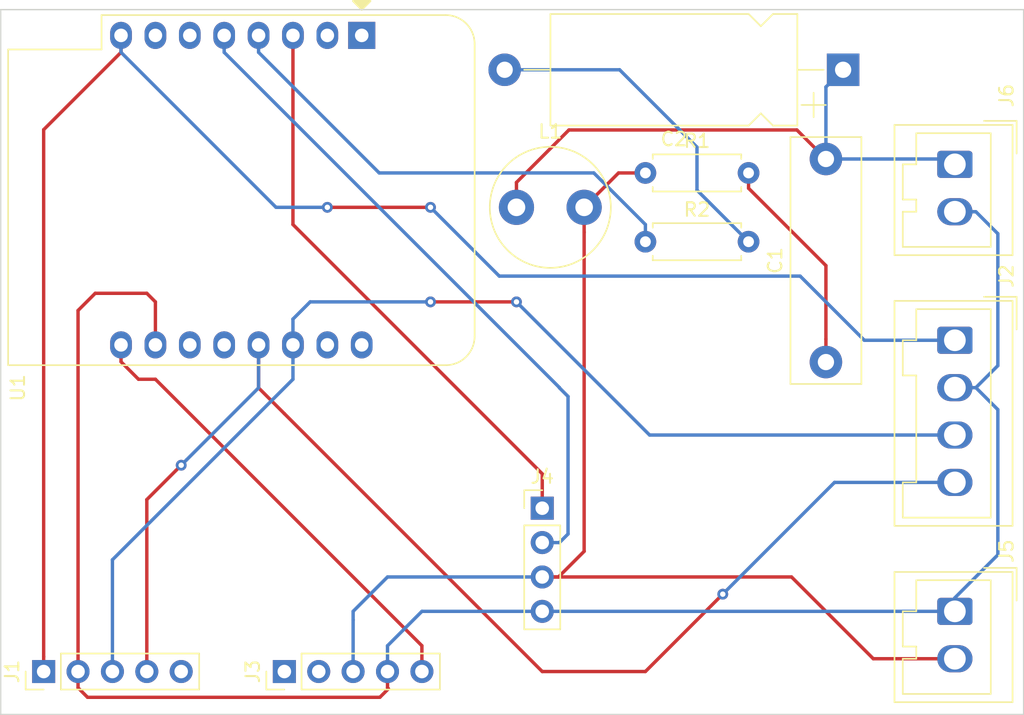
<source format=kicad_pcb>
(kicad_pcb (version 20171130) (host pcbnew "(5.1.5)-3")

  (general
    (thickness 1.6)
    (drawings 17)
    (tracks 116)
    (zones 0)
    (modules 12)
    (nets 24)
  )

  (page A4)
  (layers
    (0 F.Cu signal)
    (31 B.Cu signal)
    (32 B.Adhes user)
    (33 F.Adhes user)
    (34 B.Paste user)
    (35 F.Paste user)
    (36 B.SilkS user)
    (37 F.SilkS user)
    (38 B.Mask user)
    (39 F.Mask user)
    (40 Dwgs.User user)
    (41 Cmts.User user)
    (42 Eco1.User user)
    (43 Eco2.User user)
    (44 Edge.Cuts user)
    (45 Margin user)
    (46 B.CrtYd user)
    (47 F.CrtYd user)
    (48 B.Fab user)
    (49 F.Fab user)
  )

  (setup
    (last_trace_width 0.25)
    (trace_clearance 0.2)
    (zone_clearance 0.508)
    (zone_45_only no)
    (trace_min 0.2)
    (via_size 0.8)
    (via_drill 0.4)
    (via_min_size 0.4)
    (via_min_drill 0.3)
    (uvia_size 0.3)
    (uvia_drill 0.1)
    (uvias_allowed no)
    (uvia_min_size 0.2)
    (uvia_min_drill 0.1)
    (edge_width 0.1)
    (segment_width 0.2)
    (pcb_text_width 0.3)
    (pcb_text_size 1.5 1.5)
    (mod_edge_width 0.15)
    (mod_text_size 1 1)
    (mod_text_width 0.15)
    (pad_size 1.524 1.524)
    (pad_drill 0.762)
    (pad_to_mask_clearance 0)
    (aux_axis_origin 70.485 114.3)
    (visible_elements FFFFFF7F)
    (pcbplotparams
      (layerselection 0x010fc_ffffffff)
      (usegerberextensions false)
      (usegerberattributes false)
      (usegerberadvancedattributes false)
      (creategerberjobfile false)
      (excludeedgelayer true)
      (linewidth 0.100000)
      (plotframeref false)
      (viasonmask false)
      (mode 1)
      (useauxorigin false)
      (hpglpennumber 1)
      (hpglpenspeed 20)
      (hpglpendiameter 15.000000)
      (psnegative false)
      (psa4output false)
      (plotreference true)
      (plotvalue true)
      (plotinvisibletext false)
      (padsonsilk false)
      (subtractmaskfromsilk false)
      (outputformat 4)
      (mirror false)
      (drillshape 0)
      (scaleselection 1)
      (outputdirectory ""))
  )

  (net 0 "")
  (net 1 "Net-(C1-Pad2)")
  (net 2 "Net-(C1-Pad1)")
  (net 3 "Net-(C2-Pad2)")
  (net 4 "Net-(J1-Pad5)")
  (net 5 "Net-(J1-Pad4)")
  (net 6 "Net-(J1-Pad3)")
  (net 7 GND)
  (net 8 "Net-(J1-Pad1)")
  (net 9 +5V)
  (net 10 +12V)
  (net 11 "Net-(J3-Pad2)")
  (net 12 "Net-(J3-Pad1)")
  (net 13 "Net-(J4-Pad2)")
  (net 14 "Net-(J4-Pad1)")
  (net 15 "Net-(R2-Pad1)")
  (net 16 "Net-(U1-Pad16)")
  (net 17 "Net-(U1-Pad15)")
  (net 18 "Net-(U1-Pad12)")
  (net 19 "Net-(U1-Pad11)")
  (net 20 "Net-(U1-Pad7)")
  (net 21 "Net-(U1-Pad6)")
  (net 22 "Net-(U1-Pad1)")
  (net 23 "Net-(U1-Pad2)")

  (net_class Default "Dies ist die voreingestellte Netzklasse."
    (clearance 0.2)
    (trace_width 0.25)
    (via_dia 0.8)
    (via_drill 0.4)
    (uvia_dia 0.3)
    (uvia_drill 0.1)
    (add_net +12V)
    (add_net +5V)
    (add_net GND)
    (add_net "Net-(C1-Pad1)")
    (add_net "Net-(C1-Pad2)")
    (add_net "Net-(C2-Pad2)")
    (add_net "Net-(J1-Pad1)")
    (add_net "Net-(J1-Pad3)")
    (add_net "Net-(J1-Pad4)")
    (add_net "Net-(J1-Pad5)")
    (add_net "Net-(J3-Pad1)")
    (add_net "Net-(J3-Pad2)")
    (add_net "Net-(J4-Pad1)")
    (add_net "Net-(J4-Pad2)")
    (add_net "Net-(R2-Pad1)")
    (add_net "Net-(U1-Pad1)")
    (add_net "Net-(U1-Pad11)")
    (add_net "Net-(U1-Pad12)")
    (add_net "Net-(U1-Pad15)")
    (add_net "Net-(U1-Pad16)")
    (add_net "Net-(U1-Pad2)")
    (add_net "Net-(U1-Pad6)")
    (add_net "Net-(U1-Pad7)")
  )

  (module Module:WEMOS_D1_mini_light (layer F.Cu) (tedit 5BBFB1CE) (tstamp 5F9AF0D2)
    (at 97.155 64.135 270)
    (descr "16-pin module, column spacing 22.86 mm (900 mils), https://wiki.wemos.cc/products:d1:d1_mini, https://c1.staticflickr.com/1/734/31400410271_f278b087db_z.jpg")
    (tags "ESP8266 WiFi microcontroller")
    (path /5F9A9B7C)
    (fp_text reference U1 (at 26.035 25.4 90) (layer F.SilkS)
      (effects (font (size 1 1) (thickness 0.15)))
    )
    (fp_text value WeMos_D1_mini (at 11.7 0 90) (layer F.Fab)
      (effects (font (size 1 1) (thickness 0.15)))
    )
    (fp_text user "No copper" (at 11.43 -3.81 90) (layer Cmts.User)
      (effects (font (size 1 1) (thickness 0.15)))
    )
    (fp_text user "KEEP OUT" (at 11.43 -6.35 90) (layer Cmts.User)
      (effects (font (size 1 1) (thickness 0.15)))
    )
    (fp_arc (start 22.23 -6.21) (end 24.36 -6.21) (angle -90) (layer F.SilkS) (width 0.12))
    (fp_arc (start 0.63 -6.21) (end 0.63 -8.34) (angle -90) (layer F.SilkS) (width 0.12))
    (fp_line (start 1.04 19.22) (end 1.04 26.12) (layer F.SilkS) (width 0.12))
    (fp_line (start -1.5 19.22) (end 1.04 19.22) (layer F.SilkS) (width 0.12))
    (fp_arc (start 22.23 -6.21) (end 24.23 -6.19) (angle -90) (layer F.Fab) (width 0.1))
    (fp_arc (start 0.63 -6.21) (end 0.63 -8.21) (angle -90) (layer F.Fab) (width 0.1))
    (fp_line (start -0.37 0) (end -1.37 -1) (layer F.Fab) (width 0.1))
    (fp_line (start -1.37 1) (end -0.37 0) (layer F.Fab) (width 0.1))
    (fp_line (start -1.37 -6.21) (end -1.37 -1) (layer F.Fab) (width 0.1))
    (fp_line (start 1.17 19.09) (end 1.17 25.99) (layer F.Fab) (width 0.1))
    (fp_line (start -1.37 19.09) (end 1.17 19.09) (layer F.Fab) (width 0.1))
    (fp_line (start -1.35 -7.4) (end -0.55 -8.2) (layer Dwgs.User) (width 0.1))
    (fp_line (start -1.3 -5.45) (end 1.45 -8.2) (layer Dwgs.User) (width 0.1))
    (fp_line (start -1.35 -3.4) (end 3.45 -8.2) (layer Dwgs.User) (width 0.1))
    (fp_line (start 22.65 -1.4) (end 24.25 -3) (layer Dwgs.User) (width 0.1))
    (fp_line (start 20.65 -1.4) (end 24.25 -5) (layer Dwgs.User) (width 0.1))
    (fp_line (start 18.65 -1.4) (end 24.25 -7) (layer Dwgs.User) (width 0.1))
    (fp_line (start 16.65 -1.4) (end 23.45 -8.2) (layer Dwgs.User) (width 0.1))
    (fp_line (start 14.65 -1.4) (end 21.45 -8.2) (layer Dwgs.User) (width 0.1))
    (fp_line (start 12.65 -1.4) (end 19.45 -8.2) (layer Dwgs.User) (width 0.1))
    (fp_line (start 10.65 -1.4) (end 17.45 -8.2) (layer Dwgs.User) (width 0.1))
    (fp_line (start 8.65 -1.4) (end 15.45 -8.2) (layer Dwgs.User) (width 0.1))
    (fp_line (start 6.65 -1.4) (end 13.45 -8.2) (layer Dwgs.User) (width 0.1))
    (fp_line (start 4.65 -1.4) (end 11.45 -8.2) (layer Dwgs.User) (width 0.1))
    (fp_line (start 2.65 -1.4) (end 9.45 -8.2) (layer Dwgs.User) (width 0.1))
    (fp_line (start 0.65 -1.4) (end 7.45 -8.2) (layer Dwgs.User) (width 0.1))
    (fp_line (start -1.35 -1.4) (end 5.45 -8.2) (layer Dwgs.User) (width 0.1))
    (fp_line (start -1.35 -8.2) (end -1.35 -1.4) (layer Dwgs.User) (width 0.1))
    (fp_line (start 24.25 -8.2) (end -1.35 -8.2) (layer Dwgs.User) (width 0.1))
    (fp_line (start 24.25 -1.4) (end 24.25 -8.2) (layer Dwgs.User) (width 0.1))
    (fp_line (start -1.35 -1.4) (end 24.25 -1.4) (layer Dwgs.User) (width 0.1))
    (fp_poly (pts (xy -2.54 -0.635) (xy -2.54 0.635) (xy -1.905 0)) (layer F.SilkS) (width 0.15))
    (fp_line (start -1.62 26.24) (end -1.62 -8.46) (layer F.CrtYd) (width 0.05))
    (fp_line (start 24.48 26.24) (end -1.62 26.24) (layer F.CrtYd) (width 0.05))
    (fp_line (start 24.48 -8.41) (end 24.48 26.24) (layer F.CrtYd) (width 0.05))
    (fp_line (start -1.62 -8.46) (end 24.48 -8.46) (layer F.CrtYd) (width 0.05))
    (fp_text user %R (at 11.43 10 90) (layer F.Fab)
      (effects (font (size 1 1) (thickness 0.15)))
    )
    (fp_line (start -1.37 1) (end -1.37 19.09) (layer F.Fab) (width 0.1))
    (fp_line (start 22.23 -8.21) (end 0.63 -8.21) (layer F.Fab) (width 0.1))
    (fp_line (start 24.23 25.99) (end 24.23 -6.21) (layer F.Fab) (width 0.1))
    (fp_line (start 1.17 25.99) (end 24.23 25.99) (layer F.Fab) (width 0.1))
    (fp_line (start 22.24 -8.34) (end 0.63 -8.34) (layer F.SilkS) (width 0.12))
    (fp_line (start 24.36 26.12) (end 24.36 -6.21) (layer F.SilkS) (width 0.12))
    (fp_line (start -1.5 19.22) (end -1.5 -6.21) (layer F.SilkS) (width 0.12))
    (fp_line (start 1.04 26.12) (end 24.36 26.12) (layer F.SilkS) (width 0.12))
    (pad 16 thru_hole oval (at 22.86 0 270) (size 2 1.6) (drill 1) (layers *.Cu *.Mask)
      (net 16 "Net-(U1-Pad16)"))
    (pad 15 thru_hole oval (at 22.86 2.54 270) (size 2 1.6) (drill 1) (layers *.Cu *.Mask)
      (net 17 "Net-(U1-Pad15)"))
    (pad 14 thru_hole oval (at 22.86 5.08 270) (size 2 1.6) (drill 1) (layers *.Cu *.Mask)
      (net 6 "Net-(J1-Pad3)"))
    (pad 13 thru_hole oval (at 22.86 7.62 270) (size 2 1.6) (drill 1) (layers *.Cu *.Mask)
      (net 5 "Net-(J1-Pad4)"))
    (pad 12 thru_hole oval (at 22.86 10.16 270) (size 2 1.6) (drill 1) (layers *.Cu *.Mask)
      (net 18 "Net-(U1-Pad12)"))
    (pad 11 thru_hole oval (at 22.86 12.7 270) (size 2 1.6) (drill 1) (layers *.Cu *.Mask)
      (net 19 "Net-(U1-Pad11)"))
    (pad 10 thru_hole oval (at 22.86 15.24 270) (size 2 1.6) (drill 1) (layers *.Cu *.Mask)
      (net 7 GND))
    (pad 9 thru_hole oval (at 22.86 17.78 270) (size 2 1.6) (drill 1) (layers *.Cu *.Mask)
      (net 9 +5V))
    (pad 8 thru_hole oval (at 0 17.78 270) (size 2 1.6) (drill 1) (layers *.Cu *.Mask)
      (net 8 "Net-(J1-Pad1)"))
    (pad 7 thru_hole oval (at 0 15.24 270) (size 2 1.6) (drill 1) (layers *.Cu *.Mask)
      (net 20 "Net-(U1-Pad7)"))
    (pad 6 thru_hole oval (at 0 12.7 270) (size 2 1.6) (drill 1) (layers *.Cu *.Mask)
      (net 21 "Net-(U1-Pad6)"))
    (pad 5 thru_hole oval (at 0 10.16 270) (size 2 1.6) (drill 1) (layers *.Cu *.Mask)
      (net 13 "Net-(J4-Pad2)"))
    (pad 4 thru_hole oval (at 0 7.62 270) (size 2 1.6) (drill 1) (layers *.Cu *.Mask)
      (net 15 "Net-(R2-Pad1)"))
    (pad 3 thru_hole oval (at 0 5.08 270) (size 2 1.6) (drill 1) (layers *.Cu *.Mask)
      (net 14 "Net-(J4-Pad1)"))
    (pad 1 thru_hole rect (at 0 0 270) (size 2 2) (drill 1) (layers *.Cu *.Mask)
      (net 22 "Net-(U1-Pad1)"))
    (pad 2 thru_hole oval (at 0 2.54 270) (size 2 1.6) (drill 1) (layers *.Cu *.Mask)
      (net 23 "Net-(U1-Pad2)"))
    (model ${KISYS3DMOD}/Module.3dshapes/WEMOS_D1_mini_light.wrl
      (at (xyz 0 0 0))
      (scale (xyz 1 1 1))
      (rotate (xyz 0 0 0))
    )
    (model ${KISYS3DMOD}/Connector_PinHeader_2.54mm.3dshapes/PinHeader_1x08_P2.54mm_Vertical.wrl
      (offset (xyz 0 0 9.5))
      (scale (xyz 1 1 1))
      (rotate (xyz 0 -180 0))
    )
    (model ${KISYS3DMOD}/Connector_PinHeader_2.54mm.3dshapes/PinHeader_1x08_P2.54mm_Vertical.wrl
      (offset (xyz 22.86 0 9.5))
      (scale (xyz 1 1 1))
      (rotate (xyz 0 -180 0))
    )
    (model ${KISYS3DMOD}/Connector_PinSocket_2.54mm.3dshapes/PinSocket_1x08_P2.54mm_Vertical.wrl
      (at (xyz 0 0 0))
      (scale (xyz 1 1 1))
      (rotate (xyz 0 0 0))
    )
    (model ${KISYS3DMOD}/Connector_PinSocket_2.54mm.3dshapes/PinSocket_1x08_P2.54mm_Vertical.wrl
      (offset (xyz 22.86 0 0))
      (scale (xyz 1 1 1))
      (rotate (xyz 0 0 0))
    )
  )

  (module Resistor_THT:R_Axial_DIN0207_L6.3mm_D2.5mm_P7.62mm_Horizontal (layer F.Cu) (tedit 5AE5139B) (tstamp 5F9AE8CB)
    (at 118.11 79.375)
    (descr "Resistor, Axial_DIN0207 series, Axial, Horizontal, pin pitch=7.62mm, 0.25W = 1/4W, length*diameter=6.3*2.5mm^2, http://cdn-reichelt.de/documents/datenblatt/B400/1_4W%23YAG.pdf")
    (tags "Resistor Axial_DIN0207 series Axial Horizontal pin pitch 7.62mm 0.25W = 1/4W length 6.3mm diameter 2.5mm")
    (path /5F96A837)
    (fp_text reference R2 (at 3.81 -2.37) (layer F.SilkS)
      (effects (font (size 1 1) (thickness 0.15)))
    )
    (fp_text value "100 Ohm" (at 3.81 2.37) (layer F.Fab)
      (effects (font (size 1 1) (thickness 0.15)))
    )
    (fp_text user %R (at -1.27 3.175) (layer F.Fab)
      (effects (font (size 1 1) (thickness 0.15)))
    )
    (fp_line (start 8.67 -1.5) (end -1.05 -1.5) (layer F.CrtYd) (width 0.05))
    (fp_line (start 8.67 1.5) (end 8.67 -1.5) (layer F.CrtYd) (width 0.05))
    (fp_line (start -1.05 1.5) (end 8.67 1.5) (layer F.CrtYd) (width 0.05))
    (fp_line (start -1.05 -1.5) (end -1.05 1.5) (layer F.CrtYd) (width 0.05))
    (fp_line (start 7.08 1.37) (end 7.08 1.04) (layer F.SilkS) (width 0.12))
    (fp_line (start 0.54 1.37) (end 7.08 1.37) (layer F.SilkS) (width 0.12))
    (fp_line (start 0.54 1.04) (end 0.54 1.37) (layer F.SilkS) (width 0.12))
    (fp_line (start 7.08 -1.37) (end 7.08 -1.04) (layer F.SilkS) (width 0.12))
    (fp_line (start 0.54 -1.37) (end 7.08 -1.37) (layer F.SilkS) (width 0.12))
    (fp_line (start 0.54 -1.04) (end 0.54 -1.37) (layer F.SilkS) (width 0.12))
    (fp_line (start 7.62 0) (end 6.96 0) (layer F.Fab) (width 0.1))
    (fp_line (start 0 0) (end 0.66 0) (layer F.Fab) (width 0.1))
    (fp_line (start 6.96 -1.25) (end 0.66 -1.25) (layer F.Fab) (width 0.1))
    (fp_line (start 6.96 1.25) (end 6.96 -1.25) (layer F.Fab) (width 0.1))
    (fp_line (start 0.66 1.25) (end 6.96 1.25) (layer F.Fab) (width 0.1))
    (fp_line (start 0.66 -1.25) (end 0.66 1.25) (layer F.Fab) (width 0.1))
    (pad 2 thru_hole oval (at 7.62 0) (size 1.6 1.6) (drill 0.8) (layers *.Cu *.Mask)
      (net 3 "Net-(C2-Pad2)"))
    (pad 1 thru_hole circle (at 0 0) (size 1.6 1.6) (drill 0.8) (layers *.Cu *.Mask)
      (net 15 "Net-(R2-Pad1)"))
    (model ${KISYS3DMOD}/Resistor_THT.3dshapes/R_Axial_DIN0207_L6.3mm_D2.5mm_P7.62mm_Horizontal.wrl
      (at (xyz 0 0 0))
      (scale (xyz 1 1 1))
      (rotate (xyz 0 0 0))
    )
  )

  (module Resistor_THT:R_Axial_DIN0207_L6.3mm_D2.5mm_P7.62mm_Horizontal (layer F.Cu) (tedit 5AE5139B) (tstamp 5F9AE8B4)
    (at 118.11 74.295)
    (descr "Resistor, Axial_DIN0207 series, Axial, Horizontal, pin pitch=7.62mm, 0.25W = 1/4W, length*diameter=6.3*2.5mm^2, http://cdn-reichelt.de/documents/datenblatt/B400/1_4W%23YAG.pdf")
    (tags "Resistor Axial_DIN0207 series Axial Horizontal pin pitch 7.62mm 0.25W = 1/4W length 6.3mm diameter 2.5mm")
    (path /5F96A459)
    (fp_text reference R1 (at 3.81 -2.37) (layer F.SilkS)
      (effects (font (size 1 1) (thickness 0.15)))
    )
    (fp_text value "51 Ohm" (at 3.81 2.37) (layer F.Fab)
      (effects (font (size 1 1) (thickness 0.15)))
    )
    (fp_text user %R (at -1.905 -2.54) (layer F.Fab)
      (effects (font (size 1 1) (thickness 0.15)))
    )
    (fp_line (start 8.67 -1.5) (end -1.05 -1.5) (layer F.CrtYd) (width 0.05))
    (fp_line (start 8.67 1.5) (end 8.67 -1.5) (layer F.CrtYd) (width 0.05))
    (fp_line (start -1.05 1.5) (end 8.67 1.5) (layer F.CrtYd) (width 0.05))
    (fp_line (start -1.05 -1.5) (end -1.05 1.5) (layer F.CrtYd) (width 0.05))
    (fp_line (start 7.08 1.37) (end 7.08 1.04) (layer F.SilkS) (width 0.12))
    (fp_line (start 0.54 1.37) (end 7.08 1.37) (layer F.SilkS) (width 0.12))
    (fp_line (start 0.54 1.04) (end 0.54 1.37) (layer F.SilkS) (width 0.12))
    (fp_line (start 7.08 -1.37) (end 7.08 -1.04) (layer F.SilkS) (width 0.12))
    (fp_line (start 0.54 -1.37) (end 7.08 -1.37) (layer F.SilkS) (width 0.12))
    (fp_line (start 0.54 -1.04) (end 0.54 -1.37) (layer F.SilkS) (width 0.12))
    (fp_line (start 7.62 0) (end 6.96 0) (layer F.Fab) (width 0.1))
    (fp_line (start 0 0) (end 0.66 0) (layer F.Fab) (width 0.1))
    (fp_line (start 6.96 -1.25) (end 0.66 -1.25) (layer F.Fab) (width 0.1))
    (fp_line (start 6.96 1.25) (end 6.96 -1.25) (layer F.Fab) (width 0.1))
    (fp_line (start 0.66 1.25) (end 6.96 1.25) (layer F.Fab) (width 0.1))
    (fp_line (start 0.66 -1.25) (end 0.66 1.25) (layer F.Fab) (width 0.1))
    (pad 2 thru_hole oval (at 7.62 0) (size 1.6 1.6) (drill 0.8) (layers *.Cu *.Mask)
      (net 2 "Net-(C1-Pad1)"))
    (pad 1 thru_hole circle (at 0 0) (size 1.6 1.6) (drill 0.8) (layers *.Cu *.Mask)
      (net 10 +12V))
    (model ${KISYS3DMOD}/Resistor_THT.3dshapes/R_Axial_DIN0207_L6.3mm_D2.5mm_P7.62mm_Horizontal.wrl
      (at (xyz 0 0 0))
      (scale (xyz 1 1 1))
      (rotate (xyz 0 0 0))
    )
  )

  (module Inductor_THT:L_Radial_D8.7mm_P5.00mm_Fastron_07HCP (layer F.Cu) (tedit 5AE59B06) (tstamp 5F9AE89D)
    (at 108.585 76.835)
    (descr "Inductor, Radial series, Radial, pin pitch=5.00mm, , diameter=8.7mm, Fastron, 07HCP, http://cdn-reichelt.de/documents/datenblatt/B400/DS_07HCP.pdf")
    (tags "Inductor Radial series Radial pin pitch 5.00mm  diameter 8.7mm Fastron 07HCP")
    (path /5F96B035)
    (fp_text reference L1 (at 2.5 -5.6) (layer F.SilkS)
      (effects (font (size 1 1) (thickness 0.15)))
    )
    (fp_text value "1 mH" (at 2.5 5.6) (layer F.Fab)
      (effects (font (size 1 1) (thickness 0.15)))
    )
    (fp_text user %R (at 2.5 0) (layer F.Fab)
      (effects (font (size 1 1) (thickness 0.15)))
    )
    (fp_circle (center 2.5 0) (end 7.1 0) (layer F.CrtYd) (width 0.05))
    (fp_circle (center 2.5 0) (end 6.97 0) (layer F.SilkS) (width 0.12))
    (fp_circle (center 2.5 0) (end 6.85 0) (layer F.Fab) (width 0.1))
    (pad 2 thru_hole circle (at 5 0) (size 2.6 2.6) (drill 1.3) (layers *.Cu *.Mask)
      (net 10 +12V))
    (pad 1 thru_hole circle (at 0 0) (size 2.6 2.6) (drill 1.3) (layers *.Cu *.Mask)
      (net 1 "Net-(C1-Pad2)"))
    (model ${KISYS3DMOD}/Inductor_THT.3dshapes/L_Radial_D8.7mm_P5.00mm_Fastron_07HCP.wrl
      (at (xyz 0 0 0))
      (scale (xyz 1 1 1))
      (rotate (xyz 0 0 0))
    )
  )

  (module Connector_Wago:Wago_734-132_1x02_P3.50mm_Vertical (layer F.Cu) (tedit 5B788E68) (tstamp 5F9AE893)
    (at 140.97 73.66 270)
    (descr "Molex 734 Male header (for PCBs); Straight solder pin 1 x 1 mm, 734-132 , 2 Pins (http://www.farnell.com/datasheets/2157639.pdf), generated with kicad-footprint-generator")
    (tags "connector Wago  side entry")
    (path /5F9B3609)
    (fp_text reference J6 (at -5.08 -3.81 90) (layer F.SilkS)
      (effects (font (size 1 1) (thickness 0.15)))
    )
    (fp_text value Coax (at 1.9 5.55 90) (layer F.Fab)
      (effects (font (size 1 1) (thickness 0.15)))
    )
    (fp_text user %R (at 1.9 3.65 90) (layer F.Fab)
      (effects (font (size 1 1) (thickness 0.15)))
    )
    (fp_line (start 7.1 -4.65) (end -3.3 -4.65) (layer F.CrtYd) (width 0.05))
    (fp_line (start 7.1 4.85) (end 7.1 -4.65) (layer F.CrtYd) (width 0.05))
    (fp_line (start -3.3 4.85) (end 7.1 4.85) (layer F.CrtYd) (width 0.05))
    (fp_line (start -3.3 -4.65) (end -3.3 4.85) (layer F.CrtYd) (width 0.05))
    (fp_line (start 0 -3.442893) (end 0.5 -4.15) (layer F.Fab) (width 0.1))
    (fp_line (start -0.5 -4.15) (end 0 -3.442893) (layer F.Fab) (width 0.1))
    (fp_line (start -3.21 -4.56) (end -0.8 -4.56) (layer F.SilkS) (width 0.12))
    (fp_line (start -3.21 -2.15) (end -3.21 -4.56) (layer F.SilkS) (width 0.12))
    (fp_line (start 6.1 -2.65) (end -2.3 -2.65) (layer F.SilkS) (width 0.12))
    (fp_line (start 6.1 3.85) (end 6.1 -2.65) (layer F.SilkS) (width 0.12))
    (fp_line (start 3.5 3.85) (end 6.1 3.85) (layer F.SilkS) (width 0.12))
    (fp_line (start 3.5 2.85) (end 3.5 3.85) (layer F.SilkS) (width 0.12))
    (fp_line (start 2.6 2.85) (end 3.5 2.85) (layer F.SilkS) (width 0.12))
    (fp_line (start 2.6 3.85) (end 2.6 2.85) (layer F.SilkS) (width 0.12))
    (fp_line (start 0 3.85) (end 2.6 3.85) (layer F.SilkS) (width 0.12))
    (fp_line (start 0 2.85) (end 0 3.85) (layer F.SilkS) (width 0.12))
    (fp_line (start -2.3 2.85) (end 0 2.85) (layer F.SilkS) (width 0.12))
    (fp_line (start -2.3 -2.65) (end -2.3 2.85) (layer F.SilkS) (width 0.12))
    (fp_line (start 6.71 -4.26) (end -2.91 -4.26) (layer F.SilkS) (width 0.12))
    (fp_line (start 6.71 4.46) (end 6.71 -4.26) (layer F.SilkS) (width 0.12))
    (fp_line (start -2.91 4.46) (end 6.71 4.46) (layer F.SilkS) (width 0.12))
    (fp_line (start -2.91 -4.26) (end -2.91 4.46) (layer F.SilkS) (width 0.12))
    (fp_line (start 6.6 -4.15) (end -2.8 -4.15) (layer F.Fab) (width 0.1))
    (fp_line (start 6.6 4.35) (end 6.6 -4.15) (layer F.Fab) (width 0.1))
    (fp_line (start -2.8 4.35) (end 6.6 4.35) (layer F.Fab) (width 0.1))
    (fp_line (start -2.8 -4.15) (end -2.8 4.35) (layer F.Fab) (width 0.1))
    (pad 2 thru_hole oval (at 3.5 0 270) (size 2 2.6) (drill 1.6) (layers *.Cu *.Mask)
      (net 7 GND))
    (pad 1 thru_hole roundrect (at 0 0 270) (size 2 2.6) (drill 1.6) (layers *.Cu *.Mask) (roundrect_rratio 0.125)
      (net 1 "Net-(C1-Pad2)"))
    (model ${KISYS3DMOD}/Connector_Wago.3dshapes/Wago_734-132_1x02_P3.50mm_Vertical.wrl
      (at (xyz 0 0 0))
      (scale (xyz 1 1 1))
      (rotate (xyz 0 0 0))
    )
  )

  (module Connector_Wago:Wago_734-132_1x02_P3.50mm_Vertical (layer F.Cu) (tedit 5B788E68) (tstamp 5F9AE872)
    (at 140.97 106.68 270)
    (descr "Molex 734 Male header (for PCBs); Straight solder pin 1 x 1 mm, 734-132 , 2 Pins (http://www.farnell.com/datasheets/2157639.pdf), generated with kicad-footprint-generator")
    (tags "connector Wago  side entry")
    (path /5F9AC5B9)
    (fp_text reference J5 (at -4.445 -3.81 90) (layer F.SilkS)
      (effects (font (size 1 1) (thickness 0.15)))
    )
    (fp_text value Power (at 1.9 5.55 90) (layer F.Fab)
      (effects (font (size 1 1) (thickness 0.15)))
    )
    (fp_text user %R (at 1.9 3.65 90) (layer F.Fab)
      (effects (font (size 1 1) (thickness 0.15)))
    )
    (fp_line (start 7.1 -4.65) (end -3.3 -4.65) (layer F.CrtYd) (width 0.05))
    (fp_line (start 7.1 4.85) (end 7.1 -4.65) (layer F.CrtYd) (width 0.05))
    (fp_line (start -3.3 4.85) (end 7.1 4.85) (layer F.CrtYd) (width 0.05))
    (fp_line (start -3.3 -4.65) (end -3.3 4.85) (layer F.CrtYd) (width 0.05))
    (fp_line (start 0 -3.442893) (end 0.5 -4.15) (layer F.Fab) (width 0.1))
    (fp_line (start -0.5 -4.15) (end 0 -3.442893) (layer F.Fab) (width 0.1))
    (fp_line (start -3.21 -4.56) (end -0.8 -4.56) (layer F.SilkS) (width 0.12))
    (fp_line (start -3.21 -2.15) (end -3.21 -4.56) (layer F.SilkS) (width 0.12))
    (fp_line (start 6.1 -2.65) (end -2.3 -2.65) (layer F.SilkS) (width 0.12))
    (fp_line (start 6.1 3.85) (end 6.1 -2.65) (layer F.SilkS) (width 0.12))
    (fp_line (start 3.5 3.85) (end 6.1 3.85) (layer F.SilkS) (width 0.12))
    (fp_line (start 3.5 2.85) (end 3.5 3.85) (layer F.SilkS) (width 0.12))
    (fp_line (start 2.6 2.85) (end 3.5 2.85) (layer F.SilkS) (width 0.12))
    (fp_line (start 2.6 3.85) (end 2.6 2.85) (layer F.SilkS) (width 0.12))
    (fp_line (start 0 3.85) (end 2.6 3.85) (layer F.SilkS) (width 0.12))
    (fp_line (start 0 2.85) (end 0 3.85) (layer F.SilkS) (width 0.12))
    (fp_line (start -2.3 2.85) (end 0 2.85) (layer F.SilkS) (width 0.12))
    (fp_line (start -2.3 -2.65) (end -2.3 2.85) (layer F.SilkS) (width 0.12))
    (fp_line (start 6.71 -4.26) (end -2.91 -4.26) (layer F.SilkS) (width 0.12))
    (fp_line (start 6.71 4.46) (end 6.71 -4.26) (layer F.SilkS) (width 0.12))
    (fp_line (start -2.91 4.46) (end 6.71 4.46) (layer F.SilkS) (width 0.12))
    (fp_line (start -2.91 -4.26) (end -2.91 4.46) (layer F.SilkS) (width 0.12))
    (fp_line (start 6.6 -4.15) (end -2.8 -4.15) (layer F.Fab) (width 0.1))
    (fp_line (start 6.6 4.35) (end 6.6 -4.15) (layer F.Fab) (width 0.1))
    (fp_line (start -2.8 4.35) (end 6.6 4.35) (layer F.Fab) (width 0.1))
    (fp_line (start -2.8 -4.15) (end -2.8 4.35) (layer F.Fab) (width 0.1))
    (pad 2 thru_hole oval (at 3.5 0 270) (size 2 2.6) (drill 1.6) (layers *.Cu *.Mask)
      (net 10 +12V))
    (pad 1 thru_hole roundrect (at 0 0 270) (size 2 2.6) (drill 1.6) (layers *.Cu *.Mask) (roundrect_rratio 0.125)
      (net 7 GND))
    (model ${KISYS3DMOD}/Connector_Wago.3dshapes/Wago_734-132_1x02_P3.50mm_Vertical.wrl
      (at (xyz 0 0 0))
      (scale (xyz 1 1 1))
      (rotate (xyz 0 0 0))
    )
  )

  (module Connector_PinHeader_2.54mm:PinHeader_1x04_P2.54mm_Vertical (layer F.Cu) (tedit 59FED5CC) (tstamp 5F9AE851)
    (at 110.49 99.06)
    (descr "Through hole straight pin header, 1x04, 2.54mm pitch, single row")
    (tags "Through hole pin header THT 1x04 2.54mm single row")
    (path /5F9AEDA4)
    (fp_text reference J4 (at 0 -2.33) (layer F.SilkS)
      (effects (font (size 1 1) (thickness 0.15)))
    )
    (fp_text value DRV8871 (at 4.445 0 90) (layer F.Fab)
      (effects (font (size 1 1) (thickness 0.15)))
    )
    (fp_text user %R (at -1.27 -4.445 90) (layer F.Fab)
      (effects (font (size 1 1) (thickness 0.15)))
    )
    (fp_line (start 1.8 -1.8) (end -1.8 -1.8) (layer F.CrtYd) (width 0.05))
    (fp_line (start 1.8 9.4) (end 1.8 -1.8) (layer F.CrtYd) (width 0.05))
    (fp_line (start -1.8 9.4) (end 1.8 9.4) (layer F.CrtYd) (width 0.05))
    (fp_line (start -1.8 -1.8) (end -1.8 9.4) (layer F.CrtYd) (width 0.05))
    (fp_line (start -1.33 -1.33) (end 0 -1.33) (layer F.SilkS) (width 0.12))
    (fp_line (start -1.33 0) (end -1.33 -1.33) (layer F.SilkS) (width 0.12))
    (fp_line (start -1.33 1.27) (end 1.33 1.27) (layer F.SilkS) (width 0.12))
    (fp_line (start 1.33 1.27) (end 1.33 8.95) (layer F.SilkS) (width 0.12))
    (fp_line (start -1.33 1.27) (end -1.33 8.95) (layer F.SilkS) (width 0.12))
    (fp_line (start -1.33 8.95) (end 1.33 8.95) (layer F.SilkS) (width 0.12))
    (fp_line (start -1.27 -0.635) (end -0.635 -1.27) (layer F.Fab) (width 0.1))
    (fp_line (start -1.27 8.89) (end -1.27 -0.635) (layer F.Fab) (width 0.1))
    (fp_line (start 1.27 8.89) (end -1.27 8.89) (layer F.Fab) (width 0.1))
    (fp_line (start 1.27 -1.27) (end 1.27 8.89) (layer F.Fab) (width 0.1))
    (fp_line (start -0.635 -1.27) (end 1.27 -1.27) (layer F.Fab) (width 0.1))
    (pad 4 thru_hole oval (at 0 7.62) (size 1.7 1.7) (drill 1) (layers *.Cu *.Mask)
      (net 7 GND))
    (pad 3 thru_hole oval (at 0 5.08) (size 1.7 1.7) (drill 1) (layers *.Cu *.Mask)
      (net 10 +12V))
    (pad 2 thru_hole oval (at 0 2.54) (size 1.7 1.7) (drill 1) (layers *.Cu *.Mask)
      (net 13 "Net-(J4-Pad2)"))
    (pad 1 thru_hole rect (at 0 0) (size 1.7 1.7) (drill 1) (layers *.Cu *.Mask)
      (net 14 "Net-(J4-Pad1)"))
    (model ${KISYS3DMOD}/Connector_PinHeader_2.54mm.3dshapes/PinHeader_1x04_P2.54mm_Vertical.wrl
      (at (xyz 0 0 0))
      (scale (xyz 1 1 1))
      (rotate (xyz 0 0 0))
    )
  )

  (module Connector_PinHeader_2.54mm:PinHeader_1x05_P2.54mm_Vertical (layer F.Cu) (tedit 59FED5CC) (tstamp 5F9AF8A1)
    (at 91.44 111.125 90)
    (descr "Through hole straight pin header, 1x05, 2.54mm pitch, single row")
    (tags "Through hole pin header THT 1x05 2.54mm single row")
    (path /5F9ADC31)
    (fp_text reference J3 (at 0 -2.33 90) (layer F.SilkS)
      (effects (font (size 1 1) (thickness 0.15)))
    )
    (fp_text value D24V10F5 (at 6.985 -1.905 90) (layer F.Fab)
      (effects (font (size 1 1) (thickness 0.15)))
    )
    (fp_text user %R (at 0 5.08) (layer F.Fab)
      (effects (font (size 1 1) (thickness 0.15)))
    )
    (fp_line (start 1.8 -1.8) (end -1.8 -1.8) (layer F.CrtYd) (width 0.05))
    (fp_line (start 1.8 11.95) (end 1.8 -1.8) (layer F.CrtYd) (width 0.05))
    (fp_line (start -1.8 11.95) (end 1.8 11.95) (layer F.CrtYd) (width 0.05))
    (fp_line (start -1.8 -1.8) (end -1.8 11.95) (layer F.CrtYd) (width 0.05))
    (fp_line (start -1.33 -1.33) (end 0 -1.33) (layer F.SilkS) (width 0.12))
    (fp_line (start -1.33 0) (end -1.33 -1.33) (layer F.SilkS) (width 0.12))
    (fp_line (start -1.33 1.27) (end 1.33 1.27) (layer F.SilkS) (width 0.12))
    (fp_line (start 1.33 1.27) (end 1.33 11.49) (layer F.SilkS) (width 0.12))
    (fp_line (start -1.33 1.27) (end -1.33 11.49) (layer F.SilkS) (width 0.12))
    (fp_line (start -1.33 11.49) (end 1.33 11.49) (layer F.SilkS) (width 0.12))
    (fp_line (start -1.27 -0.635) (end -0.635 -1.27) (layer F.Fab) (width 0.1))
    (fp_line (start -1.27 11.43) (end -1.27 -0.635) (layer F.Fab) (width 0.1))
    (fp_line (start 1.27 11.43) (end -1.27 11.43) (layer F.Fab) (width 0.1))
    (fp_line (start 1.27 -1.27) (end 1.27 11.43) (layer F.Fab) (width 0.1))
    (fp_line (start -0.635 -1.27) (end 1.27 -1.27) (layer F.Fab) (width 0.1))
    (pad 5 thru_hole oval (at 0 10.16 90) (size 1.7 1.7) (drill 1) (layers *.Cu *.Mask)
      (net 9 +5V))
    (pad 4 thru_hole oval (at 0 7.62 90) (size 1.7 1.7) (drill 1) (layers *.Cu *.Mask)
      (net 7 GND))
    (pad 3 thru_hole oval (at 0 5.08 90) (size 1.7 1.7) (drill 1) (layers *.Cu *.Mask)
      (net 10 +12V))
    (pad 2 thru_hole oval (at 0 2.54 90) (size 1.7 1.7) (drill 1) (layers *.Cu *.Mask)
      (net 11 "Net-(J3-Pad2)"))
    (pad 1 thru_hole rect (at 0 0 90) (size 1.7 1.7) (drill 1) (layers *.Cu *.Mask)
      (net 12 "Net-(J3-Pad1)"))
    (model ${KISYS3DMOD}/Connector_PinHeader_2.54mm.3dshapes/PinHeader_1x05_P2.54mm_Vertical.wrl
      (at (xyz 0 0 0))
      (scale (xyz 1 1 1))
      (rotate (xyz 0 0 0))
    )
  )

  (module Connector_Wago:Wago_734-134_1x04_P3.50mm_Vertical (layer F.Cu) (tedit 5B788E68) (tstamp 5F9AE820)
    (at 140.97 86.655 270)
    (descr "Molex 734 Male header (for PCBs); Straight solder pin 1 x 1 mm, 734-134 , 4 Pins (http://www.farnell.com/datasheets/2157639.pdf), generated with kicad-footprint-generator")
    (tags "connector Wago  side entry")
    (path /5F9B241B)
    (fp_text reference J2 (at -4.74 -3.81 90) (layer F.SilkS)
      (effects (font (size 1 1) (thickness 0.15)))
    )
    (fp_text value GY-521 (at 5.4 5.55 90) (layer F.Fab)
      (effects (font (size 1 1) (thickness 0.15)))
    )
    (fp_text user %R (at 5.4 3.65 90) (layer F.Fab)
      (effects (font (size 1 1) (thickness 0.15)))
    )
    (fp_line (start 14.1 -4.65) (end -3.3 -4.65) (layer F.CrtYd) (width 0.05))
    (fp_line (start 14.1 4.85) (end 14.1 -4.65) (layer F.CrtYd) (width 0.05))
    (fp_line (start -3.3 4.85) (end 14.1 4.85) (layer F.CrtYd) (width 0.05))
    (fp_line (start -3.3 -4.65) (end -3.3 4.85) (layer F.CrtYd) (width 0.05))
    (fp_line (start 0 -3.442893) (end 0.5 -4.15) (layer F.Fab) (width 0.1))
    (fp_line (start -0.5 -4.15) (end 0 -3.442893) (layer F.Fab) (width 0.1))
    (fp_line (start -3.21 -4.56) (end -0.8 -4.56) (layer F.SilkS) (width 0.12))
    (fp_line (start -3.21 -2.15) (end -3.21 -4.56) (layer F.SilkS) (width 0.12))
    (fp_line (start 13.1 -2.65) (end -2.3 -2.65) (layer F.SilkS) (width 0.12))
    (fp_line (start 13.1 3.85) (end 13.1 -2.65) (layer F.SilkS) (width 0.12))
    (fp_line (start 10.5 3.85) (end 13.1 3.85) (layer F.SilkS) (width 0.12))
    (fp_line (start 10.5 2.85) (end 10.5 3.85) (layer F.SilkS) (width 0.12))
    (fp_line (start 2.6 2.85) (end 10.5 2.85) (layer F.SilkS) (width 0.12))
    (fp_line (start 2.6 3.85) (end 2.6 2.85) (layer F.SilkS) (width 0.12))
    (fp_line (start 0 3.85) (end 2.6 3.85) (layer F.SilkS) (width 0.12))
    (fp_line (start 0 2.85) (end 0 3.85) (layer F.SilkS) (width 0.12))
    (fp_line (start -2.3 2.85) (end 0 2.85) (layer F.SilkS) (width 0.12))
    (fp_line (start -2.3 -2.65) (end -2.3 2.85) (layer F.SilkS) (width 0.12))
    (fp_line (start 13.71 -4.26) (end -2.91 -4.26) (layer F.SilkS) (width 0.12))
    (fp_line (start 13.71 4.46) (end 13.71 -4.26) (layer F.SilkS) (width 0.12))
    (fp_line (start -2.91 4.46) (end 13.71 4.46) (layer F.SilkS) (width 0.12))
    (fp_line (start -2.91 -4.26) (end -2.91 4.46) (layer F.SilkS) (width 0.12))
    (fp_line (start 13.6 -4.15) (end -2.8 -4.15) (layer F.Fab) (width 0.1))
    (fp_line (start 13.6 4.35) (end 13.6 -4.15) (layer F.Fab) (width 0.1))
    (fp_line (start -2.8 4.35) (end 13.6 4.35) (layer F.Fab) (width 0.1))
    (fp_line (start -2.8 -4.15) (end -2.8 4.35) (layer F.Fab) (width 0.1))
    (pad 4 thru_hole oval (at 10.5 0 270) (size 2 2.6) (drill 1.6) (layers *.Cu *.Mask)
      (net 5 "Net-(J1-Pad4)"))
    (pad 3 thru_hole oval (at 7 0 270) (size 2 2.6) (drill 1.6) (layers *.Cu *.Mask)
      (net 6 "Net-(J1-Pad3)"))
    (pad 2 thru_hole oval (at 3.5 0 270) (size 2 2.6) (drill 1.6) (layers *.Cu *.Mask)
      (net 7 GND))
    (pad 1 thru_hole roundrect (at 0 0 270) (size 2 2.6) (drill 1.6) (layers *.Cu *.Mask) (roundrect_rratio 0.125)
      (net 8 "Net-(J1-Pad1)"))
    (model ${KISYS3DMOD}/Connector_Wago.3dshapes/Wago_734-134_1x04_P3.50mm_Vertical.wrl
      (at (xyz 0 0 0))
      (scale (xyz 1 1 1))
      (rotate (xyz 0 0 0))
    )
  )

  (module Connector_PinHeader_2.54mm:PinHeader_1x05_P2.54mm_Vertical (layer F.Cu) (tedit 59FED5CC) (tstamp 5F9AE7FD)
    (at 73.66 111.125 90)
    (descr "Through hole straight pin header, 1x05, 2.54mm pitch, single row")
    (tags "Through hole pin header THT 1x05 2.54mm single row")
    (path /5F9A932A)
    (fp_text reference J1 (at 0 -2.33 90) (layer F.SilkS)
      (effects (font (size 1 1) (thickness 0.15)))
    )
    (fp_text value GY-271 (at 7.62 -1.27 90) (layer F.Fab)
      (effects (font (size 1 1) (thickness 0.15)))
    )
    (fp_text user %R (at 0 5.08) (layer F.Fab)
      (effects (font (size 1 1) (thickness 0.15)))
    )
    (fp_line (start 1.8 -1.8) (end -1.8 -1.8) (layer F.CrtYd) (width 0.05))
    (fp_line (start 1.8 11.95) (end 1.8 -1.8) (layer F.CrtYd) (width 0.05))
    (fp_line (start -1.8 11.95) (end 1.8 11.95) (layer F.CrtYd) (width 0.05))
    (fp_line (start -1.8 -1.8) (end -1.8 11.95) (layer F.CrtYd) (width 0.05))
    (fp_line (start -1.33 -1.33) (end 0 -1.33) (layer F.SilkS) (width 0.12))
    (fp_line (start -1.33 0) (end -1.33 -1.33) (layer F.SilkS) (width 0.12))
    (fp_line (start -1.33 1.27) (end 1.33 1.27) (layer F.SilkS) (width 0.12))
    (fp_line (start 1.33 1.27) (end 1.33 11.49) (layer F.SilkS) (width 0.12))
    (fp_line (start -1.33 1.27) (end -1.33 11.49) (layer F.SilkS) (width 0.12))
    (fp_line (start -1.33 11.49) (end 1.33 11.49) (layer F.SilkS) (width 0.12))
    (fp_line (start -1.27 -0.635) (end -0.635 -1.27) (layer F.Fab) (width 0.1))
    (fp_line (start -1.27 11.43) (end -1.27 -0.635) (layer F.Fab) (width 0.1))
    (fp_line (start 1.27 11.43) (end -1.27 11.43) (layer F.Fab) (width 0.1))
    (fp_line (start 1.27 -1.27) (end 1.27 11.43) (layer F.Fab) (width 0.1))
    (fp_line (start -0.635 -1.27) (end 1.27 -1.27) (layer F.Fab) (width 0.1))
    (pad 5 thru_hole oval (at 0 10.16 90) (size 1.7 1.7) (drill 1) (layers *.Cu *.Mask)
      (net 4 "Net-(J1-Pad5)"))
    (pad 4 thru_hole oval (at 0 7.62 90) (size 1.7 1.7) (drill 1) (layers *.Cu *.Mask)
      (net 5 "Net-(J1-Pad4)"))
    (pad 3 thru_hole oval (at 0 5.08 90) (size 1.7 1.7) (drill 1) (layers *.Cu *.Mask)
      (net 6 "Net-(J1-Pad3)"))
    (pad 2 thru_hole oval (at 0 2.54 90) (size 1.7 1.7) (drill 1) (layers *.Cu *.Mask)
      (net 7 GND))
    (pad 1 thru_hole rect (at 0 0 90) (size 1.7 1.7) (drill 1) (layers *.Cu *.Mask)
      (net 8 "Net-(J1-Pad1)"))
    (model ${KISYS3DMOD}/Connector_PinHeader_2.54mm.3dshapes/PinHeader_1x05_P2.54mm_Vertical.wrl
      (at (xyz 0 0 0))
      (scale (xyz 1 1 1))
      (rotate (xyz 0 0 0))
    )
  )

  (module Capacitor_THT:CP_Axial_L18.0mm_D8.0mm_P25.00mm_Horizontal (layer F.Cu) (tedit 5AE50EF2) (tstamp 5F9AE7E4)
    (at 132.715 66.675 180)
    (descr "CP, Axial series, Axial, Horizontal, pin pitch=25mm, , length*diameter=18*8mm^2, Electrolytic Capacitor, , http://www.vishay.com/docs/28325/021asm.pdf")
    (tags "CP Axial series Axial Horizontal pin pitch 25mm  length 18mm diameter 8mm Electrolytic Capacitor")
    (path /5F96CF83)
    (fp_text reference C2 (at 12.5 -5.12) (layer F.SilkS)
      (effects (font (size 1 1) (thickness 0.15)))
    )
    (fp_text value "3,3 µF " (at 12.5 2.54) (layer F.Fab)
      (effects (font (size 1 1) (thickness 0.15)))
    )
    (fp_text user %R (at 12.5 0) (layer F.Fab)
      (effects (font (size 1 1) (thickness 0.15)))
    )
    (fp_line (start 26.45 -4.25) (end -1.45 -4.25) (layer F.CrtYd) (width 0.05))
    (fp_line (start 26.45 4.25) (end 26.45 -4.25) (layer F.CrtYd) (width 0.05))
    (fp_line (start -1.45 4.25) (end 26.45 4.25) (layer F.CrtYd) (width 0.05))
    (fp_line (start -1.45 -4.25) (end -1.45 4.25) (layer F.CrtYd) (width 0.05))
    (fp_line (start 23.56 0) (end 21.62 0) (layer F.SilkS) (width 0.12))
    (fp_line (start 1.44 0) (end 3.38 0) (layer F.SilkS) (width 0.12))
    (fp_line (start 6.98 4.12) (end 21.62 4.12) (layer F.SilkS) (width 0.12))
    (fp_line (start 6.08 3.22) (end 6.98 4.12) (layer F.SilkS) (width 0.12))
    (fp_line (start 5.18 4.12) (end 6.08 3.22) (layer F.SilkS) (width 0.12))
    (fp_line (start 3.38 4.12) (end 5.18 4.12) (layer F.SilkS) (width 0.12))
    (fp_line (start 6.98 -4.12) (end 21.62 -4.12) (layer F.SilkS) (width 0.12))
    (fp_line (start 6.08 -3.22) (end 6.98 -4.12) (layer F.SilkS) (width 0.12))
    (fp_line (start 5.18 -4.12) (end 6.08 -3.22) (layer F.SilkS) (width 0.12))
    (fp_line (start 3.38 -4.12) (end 5.18 -4.12) (layer F.SilkS) (width 0.12))
    (fp_line (start 21.62 -4.12) (end 21.62 4.12) (layer F.SilkS) (width 0.12))
    (fp_line (start 3.38 -4.12) (end 3.38 4.12) (layer F.SilkS) (width 0.12))
    (fp_line (start 2.18 -3.5) (end 2.18 -1.7) (layer F.SilkS) (width 0.12))
    (fp_line (start 1.28 -2.6) (end 3.08 -2.6) (layer F.SilkS) (width 0.12))
    (fp_line (start 6.1 -0.9) (end 6.1 0.9) (layer F.Fab) (width 0.1))
    (fp_line (start 5.2 0) (end 7 0) (layer F.Fab) (width 0.1))
    (fp_line (start 25 0) (end 21.5 0) (layer F.Fab) (width 0.1))
    (fp_line (start 0 0) (end 3.5 0) (layer F.Fab) (width 0.1))
    (fp_line (start 6.98 4) (end 21.5 4) (layer F.Fab) (width 0.1))
    (fp_line (start 6.08 3.1) (end 6.98 4) (layer F.Fab) (width 0.1))
    (fp_line (start 5.18 4) (end 6.08 3.1) (layer F.Fab) (width 0.1))
    (fp_line (start 3.5 4) (end 5.18 4) (layer F.Fab) (width 0.1))
    (fp_line (start 6.98 -4) (end 21.5 -4) (layer F.Fab) (width 0.1))
    (fp_line (start 6.08 -3.1) (end 6.98 -4) (layer F.Fab) (width 0.1))
    (fp_line (start 5.18 -4) (end 6.08 -3.1) (layer F.Fab) (width 0.1))
    (fp_line (start 3.5 -4) (end 5.18 -4) (layer F.Fab) (width 0.1))
    (fp_line (start 21.5 -4) (end 21.5 4) (layer F.Fab) (width 0.1))
    (fp_line (start 3.5 -4) (end 3.5 4) (layer F.Fab) (width 0.1))
    (pad 2 thru_hole oval (at 25 0 180) (size 2.4 2.4) (drill 1.2) (layers *.Cu *.Mask)
      (net 3 "Net-(C2-Pad2)"))
    (pad 1 thru_hole rect (at 0 0 180) (size 2.4 2.4) (drill 1.2) (layers *.Cu *.Mask)
      (net 1 "Net-(C1-Pad2)"))
    (model ${KISYS3DMOD}/Capacitor_THT.3dshapes/CP_Axial_L18.0mm_D8.0mm_P25.00mm_Horizontal.wrl
      (at (xyz 0 0 0))
      (scale (xyz 1 1 1))
      (rotate (xyz 0 0 0))
    )
  )

  (module Capacitor_THT:C_Rect_L18.0mm_W5.0mm_P15.00mm_FKS3_FKP3 (layer F.Cu) (tedit 5AE50EF0) (tstamp 5F9AE7BD)
    (at 131.445 88.265 90)
    (descr "C, Rect series, Radial, pin pitch=15.00mm, , length*width=18*5mm^2, Capacitor, http://www.wima.com/EN/WIMA_FKS_3.pdf")
    (tags "C Rect series Radial pin pitch 15.00mm  length 18mm width 5mm Capacitor")
    (path /5F96AB82)
    (fp_text reference C1 (at 7.5 -3.75 90) (layer F.SilkS)
      (effects (font (size 1 1) (thickness 0.15)))
    )
    (fp_text value "56 nF" (at 7.5 3.75 90) (layer F.Fab)
      (effects (font (size 1 1) (thickness 0.15)))
    )
    (fp_text user %R (at -5.08 -1.27 90) (layer F.Fab)
      (effects (font (size 1 1) (thickness 0.15)))
    )
    (fp_line (start 16.75 -2.75) (end -1.75 -2.75) (layer F.CrtYd) (width 0.05))
    (fp_line (start 16.75 2.75) (end 16.75 -2.75) (layer F.CrtYd) (width 0.05))
    (fp_line (start -1.75 2.75) (end 16.75 2.75) (layer F.CrtYd) (width 0.05))
    (fp_line (start -1.75 -2.75) (end -1.75 2.75) (layer F.CrtYd) (width 0.05))
    (fp_line (start 16.62 -2.62) (end 16.62 2.62) (layer F.SilkS) (width 0.12))
    (fp_line (start -1.62 -2.62) (end -1.62 2.62) (layer F.SilkS) (width 0.12))
    (fp_line (start -1.62 2.62) (end 16.62 2.62) (layer F.SilkS) (width 0.12))
    (fp_line (start -1.62 -2.62) (end 16.62 -2.62) (layer F.SilkS) (width 0.12))
    (fp_line (start 16.5 -2.5) (end -1.5 -2.5) (layer F.Fab) (width 0.1))
    (fp_line (start 16.5 2.5) (end 16.5 -2.5) (layer F.Fab) (width 0.1))
    (fp_line (start -1.5 2.5) (end 16.5 2.5) (layer F.Fab) (width 0.1))
    (fp_line (start -1.5 -2.5) (end -1.5 2.5) (layer F.Fab) (width 0.1))
    (pad 2 thru_hole circle (at 15 0 90) (size 2.4 2.4) (drill 1.2) (layers *.Cu *.Mask)
      (net 1 "Net-(C1-Pad2)"))
    (pad 1 thru_hole circle (at 0 0 90) (size 2.4 2.4) (drill 1.2) (layers *.Cu *.Mask)
      (net 2 "Net-(C1-Pad1)"))
    (model ${KISYS3DMOD}/Capacitor_THT.3dshapes/C_Rect_L18.0mm_W5.0mm_P15.00mm_FKS3_FKP3.wrl
      (at (xyz 0 0 0))
      (scale (xyz 1 1 1))
      (rotate (xyz 0 0 0))
    )
  )

  (gr_line (start 133.35 113.03) (end 107.95 113.03) (layer Dwgs.User) (width 0.15) (tstamp 5F9AF7B6))
  (gr_line (start 133.35 92.71) (end 133.35 113.03) (layer Dwgs.User) (width 0.15))
  (gr_line (start 107.95 92.71) (end 133.35 92.71) (layer Dwgs.User) (width 0.15))
  (gr_line (start 107.95 113.03) (end 107.95 92.71) (layer Dwgs.User) (width 0.15))
  (gr_line (start 88.265 90.805) (end 88.265 113.03) (layer Dwgs.User) (width 0.15) (tstamp 5F9AF78F))
  (gr_line (start 104.775 90.805) (end 88.265 90.805) (layer Dwgs.User) (width 0.15))
  (gr_line (start 104.775 113.03) (end 104.775 90.805) (layer Dwgs.User) (width 0.15))
  (gr_line (start 87.63 113.03) (end 104.775 113.03) (layer Dwgs.User) (width 0.15) (tstamp 5F9AF793))
  (gr_line (start 85.725 113.03) (end 71.755 113.03) (layer Dwgs.User) (width 0.15) (tstamp 5F9AF78E))
  (gr_line (start 85.725 109.22) (end 85.725 113.03) (layer Dwgs.User) (width 0.15))
  (gr_line (start 85.725 97.79) (end 85.725 109.22) (layer Dwgs.User) (width 0.15))
  (gr_line (start 71.755 97.79) (end 85.725 97.79) (layer Dwgs.User) (width 0.15))
  (gr_line (start 71.755 113.03) (end 71.755 97.79) (layer Dwgs.User) (width 0.15))
  (gr_line (start 146.05 114.3) (end 70.485 114.3) (layer Edge.Cuts) (width 0.1) (tstamp 5F9AE214))
  (gr_line (start 146.05 62.23) (end 146.05 114.3) (layer Edge.Cuts) (width 0.1))
  (gr_line (start 70.485 62.23) (end 146.05 62.23) (layer Edge.Cuts) (width 0.1))
  (gr_line (start 70.485 114.3) (end 70.485 62.23) (layer Edge.Cuts) (width 0.1))

  (segment (start 131.445 67.945) (end 132.715 66.675) (width 0.25) (layer B.Cu) (net 1))
  (segment (start 131.445 73.265) (end 131.445 67.945) (width 0.25) (layer B.Cu) (net 1))
  (segment (start 140.575 73.265) (end 140.97 73.66) (width 0.25) (layer B.Cu) (net 1))
  (segment (start 131.445 73.265) (end 140.575 73.265) (width 0.25) (layer B.Cu) (net 1))
  (segment (start 108.585 74.996523) (end 112.461523 71.12) (width 0.25) (layer F.Cu) (net 1))
  (segment (start 108.585 76.835) (end 108.585 74.996523) (width 0.25) (layer F.Cu) (net 1))
  (segment (start 129.3 71.12) (end 131.445 73.265) (width 0.25) (layer F.Cu) (net 1))
  (segment (start 112.461523 71.12) (end 129.3 71.12) (width 0.25) (layer F.Cu) (net 1))
  (segment (start 131.445 86.567944) (end 131.445 88.265) (width 0.25) (layer F.Cu) (net 2))
  (segment (start 125.73 75.42637) (end 131.445 81.14137) (width 0.25) (layer F.Cu) (net 2))
  (segment (start 131.445 81.14137) (end 131.445 86.567944) (width 0.25) (layer F.Cu) (net 2))
  (segment (start 125.73 74.295) (end 125.73 75.42637) (width 0.25) (layer F.Cu) (net 2))
  (segment (start 107.715 66.675) (end 116.205 66.675) (width 0.25) (layer B.Cu) (net 3))
  (segment (start 116.205 66.675) (end 121.92 72.39) (width 0.25) (layer B.Cu) (net 3))
  (segment (start 121.92 75.565) (end 125.73 79.375) (width 0.25) (layer B.Cu) (net 3))
  (segment (start 121.92 72.39) (end 121.92 75.565) (width 0.25) (layer B.Cu) (net 3))
  (segment (start 89.535 86.995) (end 89.535 88.245) (width 0.25) (layer F.Cu) (net 5))
  (segment (start 89.535 88.245) (end 89.535 90.17) (width 0.25) (layer F.Cu) (net 5))
  (segment (start 89.535 90.17) (end 91.44 92.075) (width 0.25) (layer F.Cu) (net 5))
  (segment (start 91.44 92.075) (end 110.49 111.125) (width 0.25) (layer F.Cu) (net 5))
  (via (at 123.825 105.41) (size 0.8) (drill 0.4) (layers F.Cu B.Cu) (net 5))
  (segment (start 110.49 111.125) (end 118.11 111.125) (width 0.25) (layer F.Cu) (net 5))
  (segment (start 118.11 111.125) (end 123.825 105.41) (width 0.25) (layer F.Cu) (net 5))
  (segment (start 132.08 97.155) (end 140.97 97.155) (width 0.25) (layer B.Cu) (net 5))
  (segment (start 123.825 105.41) (end 132.08 97.155) (width 0.25) (layer B.Cu) (net 5))
  (via (at 83.82 95.885) (size 0.8) (drill 0.4) (layers F.Cu B.Cu) (net 5))
  (segment (start 81.28 98.425) (end 83.420001 96.284999) (width 0.25) (layer F.Cu) (net 5))
  (segment (start 89.535 86.995) (end 89.535 90.17) (width 0.25) (layer B.Cu) (net 5))
  (segment (start 83.420001 96.284999) (end 83.82 95.885) (width 0.25) (layer F.Cu) (net 5))
  (segment (start 81.28 111.125) (end 81.28 98.425) (width 0.25) (layer F.Cu) (net 5))
  (segment (start 89.535 90.17) (end 84.219999 95.485001) (width 0.25) (layer B.Cu) (net 5))
  (segment (start 84.219999 95.485001) (end 83.82 95.885) (width 0.25) (layer B.Cu) (net 5))
  (segment (start 78.74 111.125) (end 78.74 102.87) (width 0.25) (layer B.Cu) (net 6))
  (segment (start 92.075 89.535) (end 92.075 86.995) (width 0.25) (layer B.Cu) (net 6))
  (segment (start 78.74 102.87) (end 92.075 89.535) (width 0.25) (layer B.Cu) (net 6))
  (segment (start 140.97 93.655) (end 118.42 93.655) (width 0.25) (layer B.Cu) (net 6))
  (via (at 108.585 83.82) (size 0.8) (drill 0.4) (layers F.Cu B.Cu) (net 6))
  (segment (start 118.42 93.655) (end 108.585 83.82) (width 0.25) (layer B.Cu) (net 6))
  (segment (start 108.585 83.82) (end 102.235 83.82) (width 0.25) (layer F.Cu) (net 6))
  (via (at 102.235 83.82) (size 0.8) (drill 0.4) (layers F.Cu B.Cu) (net 6))
  (segment (start 102.235 83.82) (end 93.345 83.82) (width 0.25) (layer B.Cu) (net 6))
  (segment (start 92.075 85.09) (end 92.075 86.995) (width 0.25) (layer B.Cu) (net 6))
  (segment (start 93.345 83.82) (end 92.075 85.09) (width 0.25) (layer B.Cu) (net 6))
  (segment (start 76.2 111.125) (end 76.2 84.455) (width 0.25) (layer F.Cu) (net 7))
  (segment (start 76.2 84.455) (end 77.47 83.185) (width 0.25) (layer F.Cu) (net 7))
  (segment (start 77.47 83.185) (end 81.28 83.185) (width 0.25) (layer F.Cu) (net 7))
  (segment (start 81.915 83.82) (end 81.915 86.995) (width 0.25) (layer F.Cu) (net 7))
  (segment (start 81.28 83.185) (end 81.915 83.82) (width 0.25) (layer F.Cu) (net 7))
  (segment (start 110.49 106.68) (end 140.97 106.68) (width 0.25) (layer B.Cu) (net 7))
  (segment (start 140.97 105.68) (end 144.145 102.505) (width 0.25) (layer B.Cu) (net 7))
  (segment (start 140.97 106.68) (end 140.97 105.68) (width 0.25) (layer B.Cu) (net 7))
  (segment (start 142.52 90.155) (end 140.97 90.155) (width 0.25) (layer B.Cu) (net 7))
  (segment (start 144.145 91.78) (end 142.52 90.155) (width 0.25) (layer B.Cu) (net 7))
  (segment (start 144.145 102.505) (end 144.145 91.78) (width 0.25) (layer B.Cu) (net 7))
  (segment (start 101.6 106.68) (end 110.49 106.68) (width 0.25) (layer B.Cu) (net 7))
  (segment (start 99.06 109.22) (end 101.6 106.68) (width 0.25) (layer B.Cu) (net 7))
  (segment (start 99.695 111.125) (end 99.06 110.49) (width 0.25) (layer B.Cu) (net 7))
  (segment (start 99.06 110.49) (end 99.06 109.22) (width 0.25) (layer B.Cu) (net 7))
  (segment (start 99.06 112.327081) (end 99.06 111.125) (width 0.25) (layer F.Cu) (net 7))
  (segment (start 99.127919 112.395) (end 99.06 112.327081) (width 0.25) (layer F.Cu) (net 7))
  (segment (start 98.492919 113.03) (end 99.127919 112.395) (width 0.25) (layer F.Cu) (net 7))
  (segment (start 76.2 111.125) (end 76.2 112.327081) (width 0.25) (layer F.Cu) (net 7))
  (segment (start 76.902919 113.03) (end 98.492919 113.03) (width 0.25) (layer F.Cu) (net 7))
  (segment (start 76.2 112.327081) (end 76.902919 113.03) (width 0.25) (layer F.Cu) (net 7))
  (segment (start 144.145 78.785) (end 142.52 77.16) (width 0.25) (layer B.Cu) (net 7))
  (segment (start 142.52 90.155) (end 144.145 88.53) (width 0.25) (layer B.Cu) (net 7))
  (segment (start 142.52 77.16) (end 140.97 77.16) (width 0.25) (layer B.Cu) (net 7))
  (segment (start 144.145 88.53) (end 144.145 78.785) (width 0.25) (layer B.Cu) (net 7))
  (segment (start 73.66 110.025) (end 73.66 111.125) (width 0.25) (layer F.Cu) (net 8))
  (segment (start 73.66 71.1) (end 73.66 110.025) (width 0.25) (layer F.Cu) (net 8))
  (segment (start 79.375 65.385) (end 73.66 71.1) (width 0.25) (layer F.Cu) (net 8))
  (segment (start 79.375 64.135) (end 79.375 65.385) (width 0.25) (layer F.Cu) (net 8))
  (segment (start 140.97 86.655) (end 134.28 86.655) (width 0.25) (layer B.Cu) (net 8))
  (segment (start 134.28 86.655) (end 129.54 81.915) (width 0.25) (layer B.Cu) (net 8))
  (segment (start 129.54 81.915) (end 107.315 81.915) (width 0.25) (layer B.Cu) (net 8))
  (via (at 102.235 76.835) (size 0.8) (drill 0.4) (layers F.Cu B.Cu) (net 8))
  (segment (start 107.315 81.915) (end 102.235 76.835) (width 0.25) (layer B.Cu) (net 8))
  (segment (start 102.235 76.835) (end 94.615 76.835) (width 0.25) (layer F.Cu) (net 8))
  (via (at 94.615 76.835) (size 0.8) (drill 0.4) (layers F.Cu B.Cu) (net 8))
  (segment (start 79.375 65.385) (end 79.375 64.135) (width 0.25) (layer B.Cu) (net 8))
  (segment (start 90.825 76.835) (end 79.375 65.385) (width 0.25) (layer B.Cu) (net 8))
  (segment (start 94.615 76.835) (end 90.825 76.835) (width 0.25) (layer B.Cu) (net 8))
  (segment (start 81.915 89.535) (end 101.6 109.22) (width 0.25) (layer F.Cu) (net 9))
  (segment (start 80.665 89.535) (end 81.915 89.535) (width 0.25) (layer F.Cu) (net 9))
  (segment (start 101.6 109.22) (end 101.6 111.125) (width 0.25) (layer F.Cu) (net 9))
  (segment (start 79.375 86.995) (end 79.375 88.245) (width 0.25) (layer F.Cu) (net 9))
  (segment (start 79.375 88.245) (end 80.665 89.535) (width 0.25) (layer F.Cu) (net 9))
  (segment (start 110.49 104.14) (end 128.905 104.14) (width 0.25) (layer F.Cu) (net 10))
  (segment (start 134.945 110.18) (end 140.97 110.18) (width 0.25) (layer F.Cu) (net 10))
  (segment (start 128.905 104.14) (end 134.945 110.18) (width 0.25) (layer F.Cu) (net 10))
  (segment (start 113.585 102.247081) (end 113.585 78.673477) (width 0.25) (layer F.Cu) (net 10))
  (segment (start 111.692081 104.14) (end 113.585 102.247081) (width 0.25) (layer F.Cu) (net 10))
  (segment (start 113.585 78.673477) (end 113.585 76.835) (width 0.25) (layer F.Cu) (net 10))
  (segment (start 110.49 104.14) (end 111.692081 104.14) (width 0.25) (layer F.Cu) (net 10))
  (segment (start 116.125 74.295) (end 113.585 76.835) (width 0.25) (layer F.Cu) (net 10))
  (segment (start 118.11 74.295) (end 116.125 74.295) (width 0.25) (layer F.Cu) (net 10))
  (segment (start 96.52 106.68) (end 99.06 104.14) (width 0.25) (layer B.Cu) (net 10))
  (segment (start 99.06 104.14) (end 110.49 104.14) (width 0.25) (layer B.Cu) (net 10))
  (segment (start 97.155 111.125) (end 96.52 110.49) (width 0.25) (layer B.Cu) (net 10))
  (segment (start 96.52 111.125) (end 96.52 107.315) (width 0.25) (layer B.Cu) (net 10))
  (segment (start 96.52 106.68) (end 96.52 107.315) (width 0.25) (layer B.Cu) (net 10))
  (segment (start 112.395 100.965) (end 111.76 101.6) (width 0.25) (layer B.Cu) (net 13))
  (segment (start 86.995 65.385) (end 111.76 90.15) (width 0.25) (layer B.Cu) (net 13))
  (segment (start 111.76 101.6) (end 110.49 101.6) (width 0.25) (layer B.Cu) (net 13))
  (segment (start 112.395 90.805) (end 112.395 100.965) (width 0.25) (layer B.Cu) (net 13))
  (segment (start 86.995 64.135) (end 86.995 65.385) (width 0.25) (layer B.Cu) (net 13))
  (segment (start 111.76 90.17) (end 112.395 90.805) (width 0.25) (layer B.Cu) (net 13))
  (segment (start 111.76 90.15) (end 111.76 90.17) (width 0.25) (layer B.Cu) (net 13))
  (segment (start 92.075 78.105) (end 92.075 64.135) (width 0.25) (layer F.Cu) (net 14))
  (segment (start 110.49 99.06) (end 110.49 96.52) (width 0.25) (layer F.Cu) (net 14))
  (segment (start 110.49 96.52) (end 92.075 78.105) (width 0.25) (layer F.Cu) (net 14))
  (segment (start 89.535 65.385) (end 98.445 74.295) (width 0.25) (layer B.Cu) (net 15))
  (segment (start 89.535 64.135) (end 89.535 65.385) (width 0.25) (layer B.Cu) (net 15))
  (segment (start 98.445 74.295) (end 114.3 74.295) (width 0.25) (layer B.Cu) (net 15))
  (segment (start 118.11 78.105) (end 118.11 79.375) (width 0.25) (layer B.Cu) (net 15))
  (segment (start 114.3 74.295) (end 118.11 78.105) (width 0.25) (layer B.Cu) (net 15))

)

</source>
